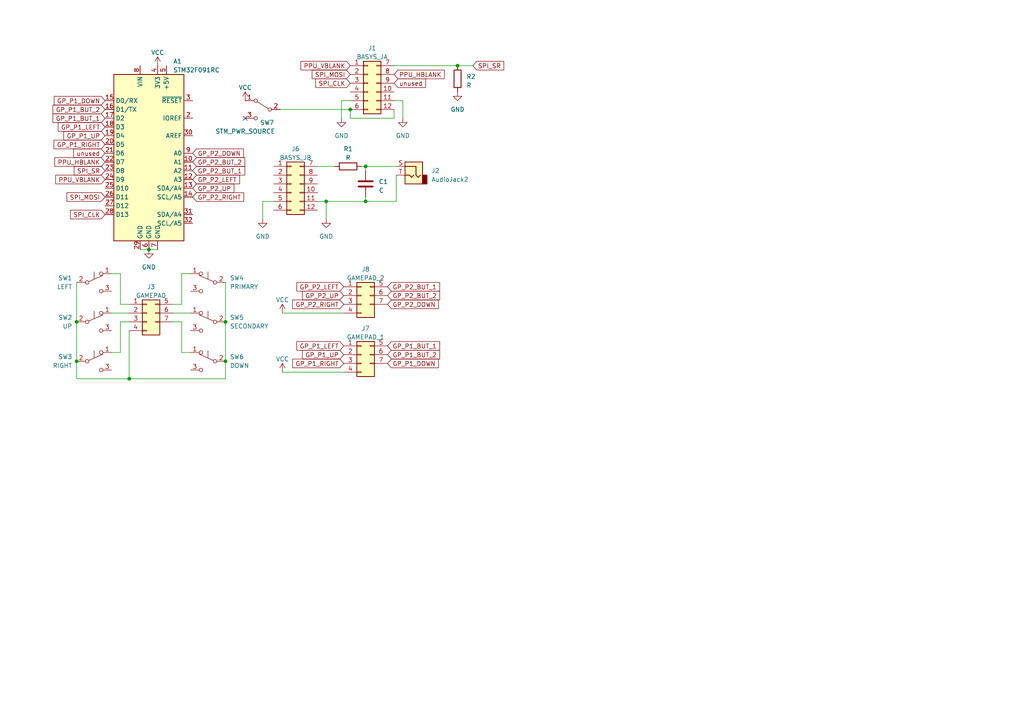
<source format=kicad_sch>
(kicad_sch (version 20230121) (generator eeschema)
  (paper "A4")
  (lib_symbols
    (symbol "Connector_Audio:AudioJack2"
      (property "Reference" "J" (at 0 8.89 0))
      (property "Value" "AudioJack2" (at 0 6.35 0))
      (symbol "AudioJack2_0_1"
        (rectangle (start -3.81 0) (end -2.54 -2.54) (stroke (width 0.254)) (fill (type outline)))
        (rectangle (start -2.54 3.81) (end 2.54 -2.54) (stroke (width 0.254)) (fill (type background)))
        (polyline (pts (xy 0 0) (xy 0.635 -0.635) (xy 1.27 0) (xy 2.54 0)) (stroke (width 0.254)))
        (polyline (pts (xy 2.54 2.54) (xy -0.635 2.54) (xy -0.635 0) (xy -1.27 -0.635) (xy -1.905 0)) (stroke (width 0.254)))
      )
      (symbol "AudioJack2_1_1"
        (pin passive line (at 5.08 2.54 180) (length 2.54) (name "~") (number "S"))
        (pin passive line (at 5.08 0 180) (length 2.54) (name "~") (number "T"))
      )
    )
    (symbol "Connector_Generic:Conn_02x04_Top_Bottom" (pin_names (offset 1.016) hide)
      (property "Reference" "J7" (at 1.27 7.62 0))
      (property "Value" "Conn_02x04_Top_Bottom" (at 1.27 5.08 0))
      (symbol "Conn_02x04_Top_Bottom_1_1"
        (rectangle (start -1.27 -4.953) (end 0 -5.207) (stroke (width 0.1524)))
        (rectangle (start -1.27 -2.413) (end 0 -2.667) (stroke (width 0.1524)))
        (rectangle (start -1.27 0.127) (end 0 -0.127) (stroke (width 0.1524)))
        (rectangle (start -1.27 2.667) (end 0 2.413) (stroke (width 0.1524)))
        (rectangle (start -1.27 3.81) (end 3.81 -6.35) (stroke (width 0.254)) (fill (type background)))
        (rectangle (start 3.81 -2.413) (end 2.54 -2.667) (stroke (width 0.1524)))
        (rectangle (start 3.81 0.127) (end 2.54 -0.127) (stroke (width 0.1524)))
        (rectangle (start 3.81 2.667) (end 2.54 2.413) (stroke (width 0.1524)))
        (pin output line (at -5.08 2.54 0) (length 3.81) (name "UP") (number "1"))
        (pin output line (at -5.08 0 0) (length 3.81) (name "DOWN") (number "2"))
        (pin output line (at -5.08 -2.54 0) (length 3.81) (name "LEFT") (number "3"))
        (pin input line (at -5.08 -5.08 0) (length 3.81) (name "VCC") (number "4"))
        (pin output line (at 7.62 2.54 180) (length 3.81) (name "RIGHT") (number "5"))
        (pin output line (at 7.62 0 180) (length 3.81) (name "PRIMARY") (number "6"))
        (pin output line (at 7.62 -2.54 180) (length 3.81) (name "SECONDARY") (number "7"))
      )
    )
    (symbol "Connector_Generic:Conn_02x06_Top_Bottom" (pin_names (offset 1.016) hide)
      (property "Reference" "J" (at 1.27 7.62 0))
      (property "Value" "Conn_02x06_Top_Bottom" (at 1.27 -10.16 0))
      (symbol "Conn_02x06_Top_Bottom_1_1"
        (rectangle (start -1.27 -7.493) (end 0 -7.747) (stroke (width 0.1524)))
        (rectangle (start -1.27 -4.953) (end 0 -5.207) (stroke (width 0.1524)))
        (rectangle (start -1.27 -2.413) (end 0 -2.667) (stroke (width 0.1524)))
        (rectangle (start -1.27 0.127) (end 0 -0.127) (stroke (width 0.1524)))
        (rectangle (start -1.27 2.667) (end 0 2.413) (stroke (width 0.1524)))
        (rectangle (start -1.27 5.207) (end 0 4.953) (stroke (width 0.1524)))
        (rectangle (start -1.27 6.35) (end 3.81 -8.89) (stroke (width 0.254)) (fill (type background)))
        (rectangle (start 3.81 -7.493) (end 2.54 -7.747) (stroke (width 0.1524)))
        (rectangle (start 3.81 -4.953) (end 2.54 -5.207) (stroke (width 0.1524)))
        (rectangle (start 3.81 -2.413) (end 2.54 -2.667) (stroke (width 0.1524)))
        (rectangle (start 3.81 0.127) (end 2.54 -0.127) (stroke (width 0.1524)))
        (rectangle (start 3.81 2.667) (end 2.54 2.413) (stroke (width 0.1524)))
        (rectangle (start 3.81 5.207) (end 2.54 4.953) (stroke (width 0.1524)))
        (pin passive line (at -5.08 5.08 0) (length 3.81) (name "Pin_1") (number "1"))
        (pin passive line (at 7.62 -2.54 180) (length 3.81) (name "Pin_10") (number "10"))
        (pin passive line (at 7.62 -5.08 180) (length 3.81) (name "Pin_11") (number "11"))
        (pin passive line (at 7.62 -7.62 180) (length 3.81) (name "Pin_12") (number "12"))
        (pin passive line (at -5.08 2.54 0) (length 3.81) (name "Pin_2") (number "2"))
        (pin passive line (at -5.08 0 0) (length 3.81) (name "Pin_3") (number "3"))
        (pin passive line (at -5.08 -2.54 0) (length 3.81) (name "Pin_4") (number "4"))
        (pin passive line (at -5.08 -5.08 0) (length 3.81) (name "Pin_5") (number "5"))
        (pin passive line (at -5.08 -7.62 0) (length 3.81) (name "Pin_6") (number "6"))
        (pin passive line (at 7.62 5.08 180) (length 3.81) (name "Pin_7") (number "7"))
        (pin passive line (at 7.62 2.54 180) (length 3.81) (name "Pin_8") (number "8"))
        (pin passive line (at 7.62 0 180) (length 3.81) (name "Pin_9") (number "9"))
      )
    )
    (symbol "Device:C" (pin_numbers hide) (pin_names (offset 0.254))
      (property "Reference" "C" (at 0.635 2.54 0))
      (property "Value" "C" (at 0.635 -2.54 0))
      (symbol "C_0_1"
        (polyline (pts (xy -2.032 -0.762) (xy 2.032 -0.762)) (stroke (width 0.508)))
        (polyline (pts (xy -2.032 0.762) (xy 2.032 0.762)) (stroke (width 0.508)))
      )
      (symbol "C_1_1"
        (pin passive line (at 0 3.81 270) (length 2.794) (name "~") (number "1"))
        (pin passive line (at 0 -3.81 90) (length 2.794) (name "~") (number "2"))
      )
    )
    (symbol "Device:R" (pin_numbers hide) (pin_names (offset 0))
      (property "Reference" "R" (at 2.032 0 90))
      (property "Value" "R" (at 0 0 90))
      (symbol "R_0_1"
        (rectangle (start -1.016 -2.54) (end 1.016 2.54) (stroke (width 0.254)))
      )
      (symbol "R_1_1"
        (pin passive line (at 0 3.81 270) (length 1.27) (name "~") (number "1"))
        (pin passive line (at 0 -3.81 90) (length 1.27) (name "~") (number "2"))
      )
    )
    (symbol "MCU_Module:Arduino_UNO_R3"
      (property "Reference" "A" (at -10.16 23.495 0))
      (property "Value" "Arduino_UNO_R3" (at 5.08 -26.67 0))
      (symbol "Arduino_UNO_R3_0_1"
        (rectangle (start -10.16 22.86) (end 10.16 -25.4) (stroke (width 0.254)) (fill (type background)))
      )
      (symbol "Arduino_UNO_R3_1_1"
        (pin no_connect line (at -10.16 -20.32 0) (length 2.54) hide (name "NC") (number "1"))
        (pin bidirectional line (at 12.7 -2.54 180) (length 2.54) (name "A1") (number "10"))
        (pin bidirectional line (at 12.7 -5.08 180) (length 2.54) (name "A2") (number "11"))
        (pin bidirectional line (at 12.7 -7.62 180) (length 2.54) (name "A3") (number "12"))
        (pin bidirectional line (at 12.7 -10.16 180) (length 2.54) (name "SDA/A4") (number "13"))
        (pin bidirectional line (at 12.7 -12.7 180) (length 2.54) (name "SCL/A5") (number "14"))
        (pin bidirectional line (at -12.7 15.24 0) (length 2.54) (name "D0/RX") (number "15"))
        (pin bidirectional line (at -12.7 12.7 0) (length 2.54) (name "D1/TX") (number "16"))
        (pin bidirectional line (at -12.7 10.16 0) (length 2.54) (name "D2") (number "17"))
        (pin bidirectional line (at -12.7 7.62 0) (length 2.54) (name "D3") (number "18"))
        (pin bidirectional line (at -12.7 5.08 0) (length 2.54) (name "D4") (number "19"))
        (pin output line (at 12.7 10.16 180) (length 2.54) (name "IOREF") (number "2"))
        (pin bidirectional line (at -12.7 2.54 0) (length 2.54) (name "D5") (number "20"))
        (pin bidirectional line (at -12.7 0 0) (length 2.54) (name "D6") (number "21"))
        (pin bidirectional line (at -12.7 -2.54 0) (length 2.54) (name "D7") (number "22"))
        (pin bidirectional line (at -12.7 -5.08 0) (length 2.54) (name "D8") (number "23"))
        (pin bidirectional line (at -12.7 -7.62 0) (length 2.54) (name "D9") (number "24"))
        (pin bidirectional line (at -12.7 -10.16 0) (length 2.54) (name "D10") (number "25"))
        (pin bidirectional line (at -12.7 -12.7 0) (length 2.54) (name "D11") (number "26"))
        (pin bidirectional line (at -12.7 -15.24 0) (length 2.54) (name "D12") (number "27"))
        (pin bidirectional line (at -12.7 -17.78 0) (length 2.54) (name "D13") (number "28"))
        (pin power_in line (at -2.54 -27.94 90) (length 2.54) (name "GND") (number "29"))
        (pin input line (at 12.7 15.24 180) (length 2.54) (name "~{RESET}") (number "3"))
        (pin input line (at 12.7 5.08 180) (length 2.54) (name "AREF") (number "30"))
        (pin bidirectional line (at 12.7 -17.78 180) (length 2.54) (name "SDA/A4") (number "31"))
        (pin bidirectional line (at 12.7 -20.32 180) (length 2.54) (name "SCL/A5") (number "32"))
        (pin power_out line (at 2.54 25.4 270) (length 2.54) (name "3V3") (number "4"))
        (pin power_out line (at 5.08 25.4 270) (length 2.54) (name "+5V") (number "5"))
        (pin power_in line (at 0 -27.94 90) (length 2.54) (name "GND") (number "6"))
        (pin power_in line (at 2.54 -27.94 90) (length 2.54) (name "GND") (number "7"))
        (pin power_in line (at -2.54 25.4 270) (length 2.54) (name "VIN") (number "8"))
        (pin bidirectional line (at 12.7 0 180) (length 2.54) (name "A0") (number "9"))
      )
    )
    (symbol "Switch:SW_Push_SPDT" (pin_names (offset 0) hide)
      (property "Reference" "SW" (at 0 4.318 0))
      (property "Value" "SW_Push_SPDT" (at 0 -5.08 0))
      (symbol "SW_Push_SPDT_0_0"
        (circle (center -2.032 0) (radius 0.508))
        (polyline (pts (xy 0 1.016) (xy 0 3.048)))
        (circle (center 2.032 -2.54) (radius 0.508))
      )
      (symbol "SW_Push_SPDT_0_1"
        (polyline (pts (xy -1.524 0.254) (xy 2.54 2.032)))
        (circle (center 2.032 2.54) (radius 0.508))
      )
      (symbol "SW_Push_SPDT_1_1"
        (pin passive line (at 5.08 2.54 180) (length 2.54) (name "A") (number "1"))
        (pin passive line (at -5.08 0 0) (length 2.54) (name "B") (number "2"))
        (pin passive line (at 5.08 -2.54 180) (length 2.54) (name "C") (number "3"))
      )
    )
    (symbol "Switch:SW_SPDT" (pin_names (offset 0) hide)
      (property "Reference" "SW" (at 0 4.318 0))
      (property "Value" "SW_SPDT" (at 0 -5.08 0))
      (symbol "SW_SPDT_0_0"
        (circle (center -2.032 0) (radius 0.508))
        (circle (center 2.032 -2.54) (radius 0.508))
      )
      (symbol "SW_SPDT_0_1"
        (polyline (pts (xy -1.524 0.254) (xy 1.651 2.286)))
        (circle (center 2.032 2.54) (radius 0.508))
      )
      (symbol "SW_SPDT_1_1"
        (pin passive line (at 5.08 2.54 180) (length 2.54) (name "A") (number "1"))
        (pin passive line (at -5.08 0 0) (length 2.54) (name "B") (number "2"))
        (pin passive line (at 5.08 -2.54 180) (length 2.54) (name "C") (number "3"))
      )
    )
    (symbol "power:GND" (power) (pin_names (offset 0))
      (property "Value" "GND" (at 0 -3.81 0))
      (symbol "GND_0_1"
        (polyline (pts (xy 0 0) (xy 0 -1.27) (xy 1.27 -1.27) (xy 0 -2.54) (xy -1.27 -1.27) (xy 0 -1.27)))
      )
      (symbol "GND_1_1"
        (pin power_in line (at 0 0 270) (length 0) hide (name "GND") (number "1"))
      )
    )
    (symbol "power:VCC" (power) (pin_names (offset 0))
      (property "Value" "VCC" (at 0 3.81 0))
      (symbol "VCC_0_1"
        (polyline (pts (xy -0.762 1.27) (xy 0 2.54)))
        (polyline (pts (xy 0 0) (xy 0 2.54)))
        (polyline (pts (xy 0 2.54) (xy 0.762 1.27)))
      )
      (symbol "VCC_1_1"
        (pin power_in line (at 0 0 90) (length 0) hide (name "VCC") (number "1"))
      )
    )
  )
  (junction (at 65.405 93.345))
  (junction (at 22.225 104.775))
  (junction (at 106.045 58.42))
  (junction (at 43.18 72.39))
  (junction (at 101.6 31.75))
  (junction (at 37.465 109.855))
  (junction (at 132.715 19.05))
  (junction (at 22.225 93.345))
  (junction (at 106.045 48.26))
  (junction (at 65.405 104.775))
  (junction (at 94.615 58.42))
  (no_connect (at 71.12 34.29))
  (wire (pts (xy 34.925 88.265) (xy 37.465 88.265)))
  (wire (pts (xy 106.045 58.42) (xy 106.045 57.15)))
  (wire (pts (xy 34.925 79.375) (xy 34.925 88.265)))
  (wire (pts (xy 99.06 29.21) (xy 101.6 29.21)))
  (wire (pts (xy 101.6 34.29) (xy 101.6 31.75)))
  (wire (pts (xy 94.615 58.42) (xy 94.615 63.5)))
  (wire (pts (xy 104.775 48.26) (xy 106.045 48.26)))
  (wire (pts (xy 22.225 109.855) (xy 37.465 109.855)))
  (wire (pts (xy 116.84 29.21) (xy 116.84 34.29)))
  (wire (pts (xy 65.405 81.915) (xy 65.405 93.345)))
  (wire (pts (xy 106.045 49.53) (xy 106.045 48.26)))
  (wire (pts (xy 22.225 93.345) (xy 22.225 104.775)))
  (wire (pts (xy 50.165 90.805) (xy 55.245 90.805)))
  (wire (pts (xy 65.405 104.775) (xy 65.405 109.855)))
  (wire (pts (xy 32.385 79.375) (xy 34.925 79.375)))
  (wire (pts (xy 32.385 102.235) (xy 34.925 102.235)))
  (wire (pts (xy 43.18 72.39) (xy 45.72 72.39)))
  (wire (pts (xy 34.925 102.235) (xy 34.925 93.345)))
  (wire (pts (xy 106.045 58.42) (xy 114.935 58.42)))
  (wire (pts (xy 65.405 93.345) (xy 65.405 104.775)))
  (wire (pts (xy 52.705 79.375) (xy 55.245 79.375)))
  (wire (pts (xy 114.3 31.75) (xy 114.3 34.29)))
  (wire (pts (xy 114.935 48.26) (xy 106.045 48.26)))
  (wire (pts (xy 37.465 109.855) (xy 37.465 95.885)))
  (wire (pts (xy 65.405 109.855) (xy 37.465 109.855)))
  (wire (pts (xy 81.28 31.75) (xy 101.6 31.75)))
  (wire (pts (xy 50.165 93.345) (xy 52.705 93.345)))
  (wire (pts (xy 52.705 88.265) (xy 52.705 79.375)))
  (wire (pts (xy 81.915 90.805) (xy 99.695 90.805)))
  (wire (pts (xy 114.3 19.05) (xy 132.715 19.05)))
  (wire (pts (xy 76.2 58.42) (xy 76.2 63.5)))
  (wire (pts (xy 76.2 58.42) (xy 79.375 58.42)))
  (wire (pts (xy 92.075 48.26) (xy 97.155 48.26)))
  (wire (pts (xy 50.165 88.265) (xy 52.705 88.265)))
  (wire (pts (xy 40.64 72.39) (xy 43.18 72.39)))
  (wire (pts (xy 34.925 93.345) (xy 37.465 93.345)))
  (wire (pts (xy 94.615 58.42) (xy 106.045 58.42)))
  (wire (pts (xy 52.705 93.345) (xy 52.705 102.235)))
  (wire (pts (xy 132.715 19.05) (xy 137.16 19.05)))
  (wire (pts (xy 52.705 102.235) (xy 55.245 102.235)))
  (wire (pts (xy 114.3 34.29) (xy 101.6 34.29)))
  (wire (pts (xy 22.225 81.915) (xy 22.225 93.345)))
  (wire (pts (xy 22.225 104.775) (xy 22.225 109.855)))
  (wire (pts (xy 32.385 90.805) (xy 37.465 90.805)))
  (wire (pts (xy 114.935 58.42) (xy 114.935 50.8)))
  (wire (pts (xy 99.06 29.21) (xy 99.06 34.29)))
  (wire (pts (xy 114.3 29.21) (xy 116.84 29.21)))
  (wire (pts (xy 81.915 107.95) (xy 99.695 107.95)))
  (wire (pts (xy 92.075 58.42) (xy 94.615 58.42)))
  (global_label "PPU_VBLANK" (shape input) (at 30.48 52.07 180) (property "Intersheetrefs" "${INTERSHEET_REFS}" (effects hide)))
  (global_label "GP_P2_LEFT" (shape input) (at 99.695 83.185 180) (property "Intersheetrefs" "${INTERSHEET_REFS}" (effects hide)))
  (global_label "GP_P1_LEFT" (shape input) (at 30.48 36.83 180) (property "Intersheetrefs" "${INTERSHEET_REFS}" (effects hide)))
  (global_label "GP_P1_BUT_2" (shape input) (at 112.395 102.87 0) (property "Intersheetrefs" "${INTERSHEET_REFS}" (effects hide)))
  (global_label "PPU_HBLANK" (shape input) (at 114.3 21.59 0) (property "Intersheetrefs" "${INTERSHEET_REFS}" (effects hide)))
  (global_label "GP_P1_RIGHT" (shape input) (at 30.48 41.91 180) (property "Intersheetrefs" "${INTERSHEET_REFS}" (effects hide)))
  (global_label "GP_P1_DOWN" (shape input) (at 30.48 29.21 180) (property "Intersheetrefs" "${INTERSHEET_REFS}" (effects hide)))
  (global_label "SPI_SR" (shape input) (at 30.48 49.53 180) (property "Intersheetrefs" "${INTERSHEET_REFS}" (effects hide)))
  (global_label "GP_P1_BUT_1" (shape input) (at 30.48 34.29 180) (property "Intersheetrefs" "${INTERSHEET_REFS}" (effects hide)))
  (global_label "GP_P1_RIGHT" (shape input) (at 99.695 105.41 180) (property "Intersheetrefs" "${INTERSHEET_REFS}" (effects hide)))
  (global_label "GP_P2_DOWN" (shape input) (at 55.88 44.45 0) (property "Intersheetrefs" "${INTERSHEET_REFS}" (effects hide)))
  (global_label "GP_P2_RIGHT" (shape input) (at 55.88 57.15 0) (property "Intersheetrefs" "${INTERSHEET_REFS}" (effects hide)))
  (global_label "GP_P2_LEFT" (shape input) (at 55.88 52.07 0) (property "Intersheetrefs" "${INTERSHEET_REFS}" (effects hide)))
  (global_label "GP_P2_UP" (shape input) (at 99.695 85.725 180) (property "Intersheetrefs" "${INTERSHEET_REFS}" (effects hide)))
  (global_label "GP_P1_LEFT" (shape input) (at 99.695 100.33 180) (property "Intersheetrefs" "${INTERSHEET_REFS}" (effects hide)))
  (global_label "GP_P1_UP" (shape input) (at 99.695 102.87 180) (property "Intersheetrefs" "${INTERSHEET_REFS}" (effects hide)))
  (global_label "unused" (shape input) (at 114.3 24.13 0) (property "Intersheetrefs" "${INTERSHEET_REFS}" (effects hide)))
  (global_label "PPU_HBLANK" (shape input) (at 30.48 46.99 180) (property "Intersheetrefs" "${INTERSHEET_REFS}" (effects hide)))
  (global_label "SPI_CLK" (shape input) (at 101.6 24.13 180) (property "Intersheetrefs" "${INTERSHEET_REFS}" (effects hide)))
  (global_label "PPU_VBLANK" (shape input) (at 101.6 19.05 180) (property "Intersheetrefs" "${INTERSHEET_REFS}" (effects hide)))
  (global_label "GP_P1_BUT_1" (shape input) (at 112.395 100.33 0) (property "Intersheetrefs" "${INTERSHEET_REFS}" (effects hide)))
  (global_label "SPI_MOSI" (shape input) (at 30.48 57.15 180) (property "Intersheetrefs" "${INTERSHEET_REFS}" (effects hide)))
  (global_label "GP_P1_UP" (shape input) (at 30.48 39.37 180) (property "Intersheetrefs" "${INTERSHEET_REFS}" (effects hide)))
  (global_label "GP_P2_DOWN" (shape input) (at 112.395 88.265 0) (property "Intersheetrefs" "${INTERSHEET_REFS}" (effects hide)))
  (global_label "GP_P2_UP" (shape input) (at 55.88 54.61 0) (property "Intersheetrefs" "${INTERSHEET_REFS}" (effects hide)))
  (global_label "GP_P1_DOWN" (shape input) (at 112.395 105.41 0) (property "Intersheetrefs" "${INTERSHEET_REFS}" (effects hide)))
  (global_label "GP_P2_RIGHT" (shape input) (at 99.695 88.265 180) (property "Intersheetrefs" "${INTERSHEET_REFS}" (effects hide)))
  (global_label "unused" (shape input) (at 30.48 44.45 180) (property "Intersheetrefs" "${INTERSHEET_REFS}" (effects hide)))
  (global_label "GP_P2_BUT_1" (shape input) (at 55.88 49.53 0) (property "Intersheetrefs" "${INTERSHEET_REFS}" (effects hide)))
  (global_label "GP_P1_BUT_2" (shape input) (at 30.48 31.75 180) (property "Intersheetrefs" "${INTERSHEET_REFS}" (effects hide)))
  (global_label "SPI_MOSI" (shape input) (at 101.6 21.59 180) (property "Intersheetrefs" "${INTERSHEET_REFS}" (effects hide)))
  (global_label "SPI_SR" (shape input) (at 137.16 19.05 0) (property "Intersheetrefs" "${INTERSHEET_REFS}" (effects hide)))
  (global_label "SPI_CLK" (shape input) (at 30.48 62.23 180) (property "Intersheetrefs" "${INTERSHEET_REFS}" (effects hide)))
  (global_label "GP_P2_BUT_2" (shape input) (at 55.88 46.99 0) (property "Intersheetrefs" "${INTERSHEET_REFS}" (effects hide)))
  (global_label "GP_P2_BUT_2" (shape input) (at 112.395 85.725 0) (property "Intersheetrefs" "${INTERSHEET_REFS}" (effects hide)))
  (global_label "GP_P2_BUT_1" (shape input) (at 112.395 83.185 0) (property "Intersheetrefs" "${INTERSHEET_REFS}" (effects hide)))
  (symbol (lib_id "power:GND") (at 94.615 63.5 0) (unit 1)
    (property "Reference" "#PWR06" (effects hide))
    (property "Value" "GND" (at 94.615 68.58 0))
  )
  (symbol (lib_id "Switch:SW_SPDT") (at 76.2 31.75 0) (mirror y) (unit 1)
    (property "Reference" "SW7" (at 77.47 35.56 0))
    (property "Value" "STM_PWR_SOURCE" (at 71.12 38.1 0))
    (property "Footprint" "Button_Switch_THT:SW_Slide_1P2T_CK_OS102011MS2Q" (effects hide))
  )
  (symbol (lib_id "Switch:SW_Push_SPDT") (at 60.325 81.915 0) (mirror y) (unit 1)
    (property "Reference" "SW4" (at 66.675 80.645 0) (effects (justify right)))
    (property "Value" "PRIMARY" (at 66.675 83.185 0) (effects (justify right)))
    (property "Footprint" "Button_Switch_THT:SW_PUSH_6mm" (effects hide))
  )
  (symbol (lib_id "power:VCC") (at 81.915 90.805 0) (unit 1)
    (property "Reference" "#PWR02" (effects hide))
    (property "Value" "VCC" (at 81.915 86.995 0))
  )
  (symbol (lib_id "power:VCC") (at 45.72 19.05 0) (unit 1)
    (property "Reference" "#PWR04" (effects hide))
    (property "Value" "VCC" (at 45.72 15.24 0))
  )
  (symbol (lib_id "Connector_Audio:AudioJack2") (at 120.015 50.8 0) (mirror y) (unit 1)
    (property "Reference" "J2" (at 125.095 49.53 0) (effects (justify right)))
    (property "Value" "AudioJack2" (at 125.095 52.07 0) (effects (justify right)))
    (property "Footprint" "Connector_Audio:Jack_3.5mm_CUI_SJ1-3523N_Horizontal" (effects hide))
  )
  (symbol (lib_id "Switch:SW_Push_SPDT") (at 27.305 93.345 0) (unit 1)
    (property "Reference" "SW2" (at 20.955 92.075 0) (effects (justify right)))
    (property "Value" "UP" (at 20.955 94.615 0) (effects (justify right)))
    (property "Footprint" "Button_Switch_THT:SW_PUSH_6mm" (effects hide))
  )
  (symbol (lib_id "Device:R") (at 132.715 22.86 180) (unit 1)
    (property "Reference" "R2" (at 135.255 22.225 0) (effects (justify right)))
    (property "Value" "R" (at 135.255 24.765 0) (effects (justify right)))
    (property "Footprint" "Resistor_THT:R_Axial_DIN0207_L6.3mm_D2.5mm_P7.62mm_Horizontal" (effects hide))
  )
  (symbol (lib_id "Switch:SW_Push_SPDT") (at 27.305 81.915 0) (unit 1)
    (property "Reference" "SW1" (at 20.955 80.645 0) (effects (justify right)))
    (property "Value" "LEFT" (at 20.955 83.185 0) (effects (justify right)))
    (property "Footprint" "Button_Switch_THT:SW_PUSH_6mm" (effects hide))
  )
  (symbol (lib_id "Connector_Generic:Conn_02x04_Top_Bottom") (at 42.545 90.805 0) (unit 1)
    (property "Reference" "J3" (at 43.815 83.185 0))
    (property "Value" "GAMEPAD" (at 43.815 85.725 0))
    (property "Footprint" "Connector_PinHeader_2.54mm:PinHeader_2x04_P2.54mm_Vertical" (effects hide))
  )
  (symbol (lib_id "power:VCC") (at 81.915 107.95 0) (unit 1)
    (property "Reference" "#PWR01" (effects hide))
    (property "Value" "VCC" (at 81.915 104.14 0))
  )
  (symbol (lib_id "power:VCC") (at 71.12 29.21 0) (unit 1)
    (property "Reference" "#PWR08" (effects hide))
    (property "Value" "VCC" (at 71.12 25.4 0))
  )
  (symbol (lib_id "Connector_Generic:Conn_02x06_Top_Bottom") (at 106.68 24.13 0) (unit 1)
    (property "Reference" "J1" (at 107.95 13.97 0))
    (property "Value" "BASYS_JA" (at 107.95 16.51 0))
    (property "Footprint" "Connector_PinHeader_2.54mm:PinHeader_2x06_P2.54mm_Vertical" (effects hide))
  )
  (symbol (lib_id "Device:R") (at 100.965 48.26 90) (unit 1)
    (property "Reference" "R1" (at 100.965 43.18 90))
    (property "Value" "R" (at 100.965 45.72 90))
    (property "Footprint" "Resistor_THT:R_Axial_DIN0207_L6.3mm_D2.5mm_P7.62mm_Horizontal" (effects hide))
  )
  (symbol (lib_id "power:GND") (at 116.84 34.29 0) (unit 1)
    (property "Reference" "#PWR07" (effects hide))
    (property "Value" "GND" (at 116.84 39.37 0))
  )
  (symbol (lib_id "Device:C") (at 106.045 53.34 0) (unit 1)
    (property "Reference" "C1" (at 109.855 52.705 0) (effects (justify left)))
    (property "Value" "C" (at 109.855 55.245 0) (effects (justify left)))
    (property "Footprint" "Capacitor_THT:C_Disc_D6.0mm_W2.5mm_P5.00mm" (effects hide))
  )
  (symbol (lib_id "power:GND") (at 76.2 63.5 0) (unit 1)
    (property "Reference" "#PWR09" (effects hide))
    (property "Value" "GND" (at 76.2 68.58 0))
  )
  (symbol (lib_id "Switch:SW_Push_SPDT") (at 60.325 93.345 0) (mirror y) (unit 1)
    (property "Reference" "SW5" (at 66.675 92.075 0) (effects (justify right)))
    (property "Value" "SECONDARY" (at 66.675 94.615 0) (effects (justify right)))
    (property "Footprint" "Button_Switch_THT:SW_PUSH_6mm" (effects hide))
  )
  (symbol (lib_id "power:GND") (at 43.18 72.39 0) (unit 1)
    (property "Reference" "#PWR03" (effects hide))
    (property "Value" "GND" (at 43.18 77.47 0))
  )
  (symbol (lib_id "Switch:SW_Push_SPDT") (at 27.305 104.775 0) (unit 1)
    (property "Reference" "SW3" (at 20.955 103.505 0) (effects (justify right)))
    (property "Value" "RIGHT" (at 20.955 106.045 0) (effects (justify right)))
    (property "Footprint" "Button_Switch_THT:SW_PUSH_6mm" (effects hide))
  )
  (symbol (lib_id "Connector_Generic:Conn_02x04_Top_Bottom") (at 104.775 102.87 0) (unit 1)
    (property "Reference" "J7" (at 106.045 95.25 0))
    (property "Value" "GAMEPAD_1" (at 106.045 97.79 0))
    (property "Footprint" "Connector_PinHeader_2.54mm:PinHeader_2x04_P2.54mm_Vertical" (effects hide))
  )
  (symbol (lib_id "Connector_Generic:Conn_02x04_Top_Bottom") (at 104.775 85.725 0) (unit 1)
    (property "Reference" "J8" (at 106.045 78.105 0))
    (property "Value" "GAMEPAD_2" (at 106.045 80.645 0))
    (property "Footprint" "Connector_PinHeader_2.54mm:PinHeader_2x04_P2.54mm_Vertical" (effects hide))
  )
  (symbol (lib_id "Switch:SW_Push_SPDT") (at 60.325 104.775 0) (mirror y) (unit 1)
    (property "Reference" "SW6" (at 66.675 103.505 0) (effects (justify right)))
    (property "Value" "DOWN" (at 66.675 106.045 0) (effects (justify right)))
    (property "Footprint" "Button_Switch_THT:SW_PUSH_6mm" (effects hide))
  )
  (symbol (lib_id "MCU_Module:Arduino_UNO_R3") (at 43.18 44.45 0) (unit 1)
    (property "Reference" "A1" (at 50.2159 17.78 0) (effects (justify left)))
    (property "Value" "STM32F091RC" (at 50.2159 20.32 0) (effects (justify left)))
    (property "Footprint" "Module:Arduino_UNO_R3" (effects hide))
  )
  (symbol (lib_id "power:GND") (at 132.715 26.67 0) (unit 1)
    (property "Reference" "#PWR010" (effects hide))
    (property "Value" "GND" (at 132.715 31.75 0))
  )
  (symbol (lib_id "power:GND") (at 99.06 34.29 0) (unit 1)
    (property "Reference" "#PWR05" (effects hide))
    (property "Value" "GND" (at 99.06 39.37 0))
  )
  (symbol (lib_id "Connector_Generic:Conn_02x06_Top_Bottom") (at 84.455 53.34 0) (unit 1)
    (property "Reference" "J6" (at 85.725 43.18 0))
    (property "Value" "BASYS_JB" (at 85.725 45.72 0))
    (property "Footprint" "Connector_PinHeader_2.54mm:PinHeader_2x06_P2.54mm_Vertical" (effects hide))
  )
)
</source>
